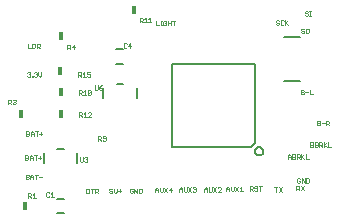
<source format=gto>
G75*
%MOIN*%
%OFA0B0*%
%FSLAX25Y25*%
%IPPOS*%
%LPD*%
%AMOC8*
5,1,8,0,0,1.08239X$1,22.5*
%
%ADD10C,0.00100*%
%ADD11R,0.01800X0.03000*%
%ADD12C,0.00600*%
%ADD13C,0.00800*%
D10*
X0010909Y0011076D02*
X0010909Y0012577D01*
X0011660Y0012577D01*
X0011910Y0012327D01*
X0011910Y0011827D01*
X0011660Y0011576D01*
X0010909Y0011576D01*
X0011409Y0011576D02*
X0011910Y0011076D01*
X0012382Y0011076D02*
X0013383Y0011076D01*
X0012883Y0011076D02*
X0012883Y0012577D01*
X0012382Y0012077D01*
X0016984Y0011634D02*
X0017234Y0011384D01*
X0017735Y0011384D01*
X0017985Y0011634D01*
X0018457Y0011384D02*
X0019458Y0011384D01*
X0018958Y0011384D02*
X0018958Y0012885D01*
X0018457Y0012385D01*
X0017985Y0012635D02*
X0017735Y0012885D01*
X0017234Y0012885D01*
X0016984Y0012635D01*
X0016984Y0011634D01*
X0015568Y0018026D02*
X0014568Y0018026D01*
X0014095Y0018777D02*
X0013094Y0018777D01*
X0013595Y0018777D02*
X0013595Y0017276D01*
X0012622Y0017276D02*
X0012622Y0018277D01*
X0012121Y0018777D01*
X0011621Y0018277D01*
X0011621Y0017276D01*
X0011149Y0017526D02*
X0010898Y0017276D01*
X0010148Y0017276D01*
X0010148Y0018777D01*
X0010898Y0018777D01*
X0011149Y0018527D01*
X0011149Y0018277D01*
X0010898Y0018026D01*
X0010148Y0018026D01*
X0010898Y0018026D02*
X0011149Y0017776D01*
X0011149Y0017526D01*
X0011621Y0018026D02*
X0012622Y0018026D01*
X0012404Y0023693D02*
X0012404Y0024694D01*
X0011904Y0025194D01*
X0011404Y0024694D01*
X0011404Y0023693D01*
X0010931Y0023943D02*
X0010681Y0023693D01*
X0009930Y0023693D01*
X0009930Y0025194D01*
X0010681Y0025194D01*
X0010931Y0024944D01*
X0010931Y0024694D01*
X0010681Y0024444D01*
X0009930Y0024444D01*
X0010681Y0024444D02*
X0010931Y0024193D01*
X0010931Y0023943D01*
X0011404Y0024444D02*
X0012404Y0024444D01*
X0012877Y0025194D02*
X0013878Y0025194D01*
X0013377Y0025194D02*
X0013377Y0023693D01*
X0014350Y0024444D02*
X0015351Y0024444D01*
X0014851Y0024944D02*
X0014851Y0023943D01*
X0013703Y0031742D02*
X0013703Y0033243D01*
X0013203Y0033243D02*
X0014204Y0033243D01*
X0014676Y0032492D02*
X0015677Y0032492D01*
X0015177Y0032993D02*
X0015177Y0031992D01*
X0012731Y0031742D02*
X0012731Y0032743D01*
X0012230Y0033243D01*
X0011730Y0032743D01*
X0011730Y0031742D01*
X0011257Y0031992D02*
X0011007Y0031742D01*
X0010257Y0031742D01*
X0010257Y0033243D01*
X0011007Y0033243D01*
X0011257Y0032993D01*
X0011257Y0032743D01*
X0011007Y0032492D01*
X0010257Y0032492D01*
X0011007Y0032492D02*
X0011257Y0032242D01*
X0011257Y0031992D01*
X0011730Y0032492D02*
X0012731Y0032492D01*
X0006500Y0042292D02*
X0005999Y0042292D01*
X0005749Y0042542D01*
X0005277Y0042292D02*
X0004776Y0042793D01*
X0005026Y0042793D02*
X0004276Y0042793D01*
X0004276Y0042292D02*
X0004276Y0043794D01*
X0005026Y0043794D01*
X0005277Y0043543D01*
X0005277Y0043043D01*
X0005026Y0042793D01*
X0005749Y0043543D02*
X0005999Y0043794D01*
X0006500Y0043794D01*
X0006750Y0043543D01*
X0006750Y0043293D01*
X0006500Y0043043D01*
X0006750Y0042793D01*
X0006750Y0042542D01*
X0006500Y0042292D01*
X0006500Y0043043D02*
X0006249Y0043043D01*
X0010920Y0051430D02*
X0010670Y0051680D01*
X0010920Y0051430D02*
X0011421Y0051430D01*
X0011671Y0051680D01*
X0011671Y0051930D01*
X0011421Y0052181D01*
X0011171Y0052181D01*
X0011421Y0052181D02*
X0011671Y0052431D01*
X0011671Y0052681D01*
X0011421Y0052931D01*
X0010920Y0052931D01*
X0010670Y0052681D01*
X0012143Y0051680D02*
X0012394Y0051680D01*
X0012394Y0051430D01*
X0012143Y0051430D01*
X0012143Y0051680D01*
X0012880Y0051680D02*
X0013130Y0051430D01*
X0013631Y0051430D01*
X0013881Y0051680D01*
X0013881Y0051930D01*
X0013631Y0052181D01*
X0013381Y0052181D01*
X0013631Y0052181D02*
X0013881Y0052431D01*
X0013881Y0052681D01*
X0013631Y0052931D01*
X0013130Y0052931D01*
X0012880Y0052681D01*
X0014353Y0052931D02*
X0014353Y0051930D01*
X0014854Y0051430D01*
X0015354Y0051930D01*
X0015354Y0052931D01*
X0014748Y0060959D02*
X0014248Y0061460D01*
X0014498Y0061460D02*
X0013747Y0061460D01*
X0013747Y0060959D02*
X0013747Y0062461D01*
X0014498Y0062461D01*
X0014748Y0062210D01*
X0014748Y0061710D01*
X0014498Y0061460D01*
X0013275Y0061210D02*
X0013275Y0062210D01*
X0013025Y0062461D01*
X0012274Y0062461D01*
X0012274Y0060959D01*
X0013025Y0060959D01*
X0013275Y0061210D01*
X0011802Y0060959D02*
X0010801Y0060959D01*
X0010801Y0062461D01*
X0023960Y0062118D02*
X0023960Y0060617D01*
X0023960Y0061117D02*
X0024710Y0061117D01*
X0024960Y0061367D01*
X0024960Y0061868D01*
X0024710Y0062118D01*
X0023960Y0062118D01*
X0024460Y0061117D02*
X0024960Y0060617D01*
X0025433Y0061367D02*
X0026434Y0061367D01*
X0026183Y0060617D02*
X0026183Y0062118D01*
X0025433Y0061367D01*
X0027670Y0052968D02*
X0028421Y0052968D01*
X0028671Y0052718D01*
X0028671Y0052218D01*
X0028421Y0051967D01*
X0027670Y0051967D01*
X0027670Y0051467D02*
X0027670Y0052968D01*
X0028171Y0051967D02*
X0028671Y0051467D01*
X0029144Y0051467D02*
X0030144Y0051467D01*
X0029644Y0051467D02*
X0029644Y0052968D01*
X0029144Y0052468D01*
X0030617Y0052218D02*
X0031117Y0052468D01*
X0031367Y0052468D01*
X0031618Y0052218D01*
X0031618Y0051717D01*
X0031367Y0051467D01*
X0030867Y0051467D01*
X0030617Y0051717D01*
X0030617Y0052218D02*
X0030617Y0052968D01*
X0031618Y0052968D01*
X0033031Y0048513D02*
X0033031Y0047262D01*
X0033281Y0047012D01*
X0033781Y0047012D01*
X0034032Y0047262D01*
X0034032Y0048513D01*
X0034504Y0047762D02*
X0035004Y0048263D01*
X0035505Y0048513D01*
X0035255Y0047762D02*
X0034504Y0047762D01*
X0034504Y0047262D01*
X0034754Y0047012D01*
X0035255Y0047012D01*
X0035505Y0047262D01*
X0035505Y0047512D01*
X0035255Y0047762D01*
X0031769Y0046677D02*
X0030768Y0045676D01*
X0031018Y0045426D01*
X0031518Y0045426D01*
X0031769Y0045676D01*
X0031769Y0046677D01*
X0031518Y0046927D01*
X0031018Y0046927D01*
X0030768Y0046677D01*
X0030768Y0045676D01*
X0030295Y0045426D02*
X0029295Y0045426D01*
X0028822Y0045426D02*
X0028322Y0045926D01*
X0028572Y0045926D02*
X0027821Y0045926D01*
X0027821Y0045426D02*
X0027821Y0046927D01*
X0028572Y0046927D01*
X0028822Y0046677D01*
X0028822Y0046176D01*
X0028572Y0045926D01*
X0029295Y0046427D02*
X0029795Y0046927D01*
X0029795Y0045426D01*
X0029871Y0039602D02*
X0029871Y0038101D01*
X0030371Y0038101D02*
X0029370Y0038101D01*
X0028898Y0038101D02*
X0028397Y0038601D01*
X0028647Y0038601D02*
X0027897Y0038601D01*
X0027897Y0038101D02*
X0027897Y0039602D01*
X0028647Y0039602D01*
X0028898Y0039352D01*
X0028898Y0038852D01*
X0028647Y0038601D01*
X0029370Y0039102D02*
X0029871Y0039602D01*
X0030843Y0039352D02*
X0031094Y0039602D01*
X0031594Y0039602D01*
X0031844Y0039352D01*
X0031844Y0039102D01*
X0030843Y0038101D01*
X0031844Y0038101D01*
X0034239Y0031598D02*
X0034989Y0031598D01*
X0035240Y0031347D01*
X0035240Y0030847D01*
X0034989Y0030597D01*
X0034239Y0030597D01*
X0034739Y0030597D02*
X0035240Y0030096D01*
X0035712Y0030347D02*
X0035962Y0030096D01*
X0036463Y0030096D01*
X0036713Y0030347D01*
X0036713Y0031347D01*
X0036463Y0031598D01*
X0035962Y0031598D01*
X0035712Y0031347D01*
X0035712Y0031097D01*
X0035962Y0030847D01*
X0036713Y0030847D01*
X0034239Y0030096D02*
X0034239Y0031598D01*
X0030423Y0024650D02*
X0030673Y0024400D01*
X0030673Y0024150D01*
X0030423Y0023900D01*
X0030673Y0023650D01*
X0030673Y0023399D01*
X0030423Y0023149D01*
X0029922Y0023149D01*
X0029672Y0023399D01*
X0029200Y0023399D02*
X0029200Y0024650D01*
X0029672Y0024400D02*
X0029922Y0024650D01*
X0030423Y0024650D01*
X0030423Y0023900D02*
X0030173Y0023900D01*
X0029200Y0023399D02*
X0028949Y0023149D01*
X0028449Y0023149D01*
X0028199Y0023399D01*
X0028199Y0024650D01*
X0030303Y0014153D02*
X0031053Y0014153D01*
X0031304Y0013903D01*
X0031304Y0012902D01*
X0031053Y0012652D01*
X0030303Y0012652D01*
X0030303Y0014153D01*
X0031776Y0014153D02*
X0032777Y0014153D01*
X0033249Y0014153D02*
X0034000Y0014153D01*
X0034250Y0013903D01*
X0034250Y0013403D01*
X0034000Y0013153D01*
X0033249Y0013153D01*
X0033750Y0013153D02*
X0034250Y0012652D01*
X0033249Y0012652D02*
X0033249Y0014153D01*
X0032277Y0014153D02*
X0032277Y0012652D01*
X0037978Y0012902D02*
X0038228Y0012652D01*
X0038729Y0012652D01*
X0038979Y0012902D01*
X0038979Y0013153D01*
X0038729Y0013403D01*
X0038228Y0013403D01*
X0037978Y0013653D01*
X0037978Y0013903D01*
X0038228Y0014153D01*
X0038729Y0014153D01*
X0038979Y0013903D01*
X0039452Y0014153D02*
X0039452Y0013153D01*
X0039952Y0012652D01*
X0040452Y0013153D01*
X0040452Y0014153D01*
X0040925Y0013403D02*
X0041926Y0013403D01*
X0041425Y0013903D02*
X0041425Y0012902D01*
X0044870Y0012902D02*
X0045121Y0012652D01*
X0045621Y0012652D01*
X0045871Y0012902D01*
X0045871Y0013403D01*
X0045371Y0013403D01*
X0045871Y0013903D02*
X0045621Y0014153D01*
X0045121Y0014153D01*
X0044870Y0013903D01*
X0044870Y0012902D01*
X0046344Y0012652D02*
X0046344Y0014153D01*
X0047345Y0012652D01*
X0047345Y0014153D01*
X0047817Y0014153D02*
X0048568Y0014153D01*
X0048818Y0013903D01*
X0048818Y0012902D01*
X0048568Y0012652D01*
X0047817Y0012652D01*
X0047817Y0014153D01*
X0053329Y0013966D02*
X0053829Y0014467D01*
X0054330Y0013966D01*
X0054330Y0012965D01*
X0054802Y0013216D02*
X0055053Y0012965D01*
X0055553Y0012965D01*
X0055803Y0013216D01*
X0055803Y0014467D01*
X0056276Y0014467D02*
X0057276Y0012965D01*
X0057749Y0013716D02*
X0058750Y0013716D01*
X0058499Y0012965D02*
X0058499Y0014467D01*
X0057749Y0013716D01*
X0057276Y0014467D02*
X0056276Y0012965D01*
X0054802Y0013216D02*
X0054802Y0014467D01*
X0054330Y0013716D02*
X0053329Y0013716D01*
X0053329Y0013966D02*
X0053329Y0012965D01*
X0061318Y0013122D02*
X0061318Y0014123D01*
X0061818Y0014623D01*
X0062319Y0014123D01*
X0062319Y0013122D01*
X0062791Y0013372D02*
X0063041Y0013122D01*
X0063542Y0013122D01*
X0063792Y0013372D01*
X0063792Y0014623D01*
X0064264Y0014623D02*
X0065265Y0013122D01*
X0065737Y0013372D02*
X0065988Y0013122D01*
X0066488Y0013122D01*
X0066738Y0013372D01*
X0066738Y0013623D01*
X0066488Y0013873D01*
X0066238Y0013873D01*
X0066488Y0013873D02*
X0066738Y0014123D01*
X0066738Y0014373D01*
X0066488Y0014623D01*
X0065988Y0014623D01*
X0065737Y0014373D01*
X0065265Y0014623D02*
X0064264Y0013122D01*
X0062791Y0013372D02*
X0062791Y0014623D01*
X0062319Y0013873D02*
X0061318Y0013873D01*
X0069620Y0013873D02*
X0070621Y0013873D01*
X0070621Y0014123D02*
X0070621Y0013122D01*
X0071093Y0013372D02*
X0071343Y0013122D01*
X0071844Y0013122D01*
X0072094Y0013372D01*
X0072094Y0014623D01*
X0072566Y0014623D02*
X0073567Y0013122D01*
X0074039Y0013122D02*
X0075040Y0014123D01*
X0075040Y0014373D01*
X0074790Y0014623D01*
X0074290Y0014623D01*
X0074039Y0014373D01*
X0073567Y0014623D02*
X0072566Y0013122D01*
X0074039Y0013122D02*
X0075040Y0013122D01*
X0076982Y0013279D02*
X0076982Y0014280D01*
X0077482Y0014780D01*
X0077983Y0014280D01*
X0077983Y0013279D01*
X0078455Y0013529D02*
X0078705Y0013279D01*
X0079206Y0013279D01*
X0079456Y0013529D01*
X0079456Y0014780D01*
X0079928Y0014780D02*
X0080929Y0013279D01*
X0081402Y0013279D02*
X0082402Y0013279D01*
X0081902Y0013279D02*
X0081902Y0014780D01*
X0081402Y0014280D01*
X0080929Y0014780D02*
X0079928Y0013279D01*
X0078455Y0013529D02*
X0078455Y0014780D01*
X0077983Y0014030D02*
X0076982Y0014030D01*
X0071093Y0014623D02*
X0071093Y0013372D01*
X0070621Y0014123D02*
X0070120Y0014623D01*
X0069620Y0014123D01*
X0069620Y0013122D01*
X0084814Y0013436D02*
X0084814Y0014937D01*
X0085564Y0014937D01*
X0085815Y0014687D01*
X0085815Y0014186D01*
X0085564Y0013936D01*
X0084814Y0013936D01*
X0085314Y0013936D02*
X0085815Y0013436D01*
X0086287Y0013686D02*
X0086537Y0013436D01*
X0087038Y0013436D01*
X0087288Y0013686D01*
X0087288Y0013936D01*
X0087038Y0014186D01*
X0086537Y0014186D01*
X0086287Y0014436D01*
X0086287Y0014687D01*
X0086537Y0014937D01*
X0087038Y0014937D01*
X0087288Y0014687D01*
X0087760Y0014937D02*
X0088761Y0014937D01*
X0088261Y0014937D02*
X0088261Y0013436D01*
X0092959Y0014623D02*
X0093960Y0014623D01*
X0094432Y0014623D02*
X0095433Y0013122D01*
X0094432Y0013122D02*
X0095433Y0014623D01*
X0093460Y0014623D02*
X0093460Y0013122D01*
X0100321Y0013592D02*
X0100321Y0015094D01*
X0101072Y0015094D01*
X0101322Y0014843D01*
X0101322Y0014343D01*
X0101072Y0014093D01*
X0100321Y0014093D01*
X0100822Y0014093D02*
X0101322Y0013592D01*
X0101795Y0013592D02*
X0102795Y0015094D01*
X0101795Y0015094D02*
X0102795Y0013592D01*
X0103078Y0016059D02*
X0103078Y0017560D01*
X0103551Y0017560D02*
X0104301Y0017560D01*
X0104551Y0017310D01*
X0104551Y0016309D01*
X0104301Y0016059D01*
X0103551Y0016059D01*
X0103551Y0017560D01*
X0102077Y0017560D02*
X0103078Y0016059D01*
X0102077Y0016059D02*
X0102077Y0017560D01*
X0101605Y0017310D02*
X0101355Y0017560D01*
X0100854Y0017560D01*
X0100604Y0017310D01*
X0100604Y0016309D01*
X0100854Y0016059D01*
X0101355Y0016059D01*
X0101605Y0016309D01*
X0101605Y0016810D01*
X0101104Y0016810D01*
X0101441Y0024034D02*
X0100941Y0024534D01*
X0101191Y0024534D02*
X0100440Y0024534D01*
X0099968Y0024534D02*
X0099968Y0024284D01*
X0099718Y0024034D01*
X0098967Y0024034D01*
X0098967Y0025535D01*
X0099718Y0025535D01*
X0099968Y0025285D01*
X0099968Y0025035D01*
X0099718Y0024785D01*
X0098967Y0024785D01*
X0098495Y0024785D02*
X0097494Y0024785D01*
X0097494Y0025035D02*
X0097994Y0025535D01*
X0098495Y0025035D01*
X0098495Y0024034D01*
X0097494Y0024034D02*
X0097494Y0025035D01*
X0099718Y0024785D02*
X0099968Y0024534D01*
X0100440Y0024034D02*
X0100440Y0025535D01*
X0101191Y0025535D01*
X0101441Y0025285D01*
X0101441Y0024785D01*
X0101191Y0024534D01*
X0101913Y0024534D02*
X0102914Y0025535D01*
X0103387Y0025535D02*
X0103387Y0024034D01*
X0104388Y0024034D01*
X0102914Y0024034D02*
X0102164Y0024785D01*
X0101913Y0025535D02*
X0101913Y0024034D01*
X0104998Y0028058D02*
X0105748Y0028058D01*
X0105999Y0028309D01*
X0105999Y0028559D01*
X0105748Y0028809D01*
X0104998Y0028809D01*
X0105748Y0028809D02*
X0105999Y0029059D01*
X0105999Y0029309D01*
X0105748Y0029560D01*
X0104998Y0029560D01*
X0104998Y0028058D01*
X0106471Y0028058D02*
X0106471Y0029560D01*
X0107222Y0029560D01*
X0107472Y0029309D01*
X0107472Y0029059D01*
X0107222Y0028809D01*
X0106471Y0028809D01*
X0106471Y0028058D02*
X0107222Y0028058D01*
X0107472Y0028309D01*
X0107472Y0028559D01*
X0107222Y0028809D01*
X0107944Y0028559D02*
X0108695Y0028559D01*
X0108945Y0028809D01*
X0108945Y0029309D01*
X0108695Y0029560D01*
X0107944Y0029560D01*
X0107944Y0028058D01*
X0108445Y0028559D02*
X0108945Y0028058D01*
X0109418Y0028058D02*
X0109418Y0029560D01*
X0109668Y0028809D02*
X0110418Y0028058D01*
X0110891Y0028058D02*
X0111892Y0028058D01*
X0110891Y0028058D02*
X0110891Y0029560D01*
X0110418Y0029560D02*
X0109418Y0028559D01*
X0110228Y0035237D02*
X0110228Y0036738D01*
X0110979Y0036738D01*
X0111229Y0036488D01*
X0111229Y0035988D01*
X0110979Y0035737D01*
X0110228Y0035737D01*
X0110729Y0035737D02*
X0111229Y0035237D01*
X0109756Y0035988D02*
X0108755Y0035988D01*
X0108282Y0036238D02*
X0108032Y0035988D01*
X0107282Y0035988D01*
X0108032Y0035988D02*
X0108282Y0035737D01*
X0108282Y0035487D01*
X0108032Y0035237D01*
X0107282Y0035237D01*
X0107282Y0036738D01*
X0108032Y0036738D01*
X0108282Y0036488D01*
X0108282Y0036238D01*
X0105791Y0045570D02*
X0104790Y0045570D01*
X0104790Y0047071D01*
X0104318Y0046321D02*
X0103317Y0046321D01*
X0102845Y0046571D02*
X0102595Y0046321D01*
X0101844Y0046321D01*
X0101844Y0047071D02*
X0102595Y0047071D01*
X0102845Y0046821D01*
X0102845Y0046571D01*
X0102595Y0046321D02*
X0102845Y0046070D01*
X0102845Y0045820D01*
X0102595Y0045570D01*
X0101844Y0045570D01*
X0101844Y0047071D01*
X0102203Y0065910D02*
X0101953Y0066160D01*
X0102203Y0065910D02*
X0102703Y0065910D01*
X0102953Y0066160D01*
X0102953Y0066410D01*
X0102703Y0066660D01*
X0102203Y0066660D01*
X0101953Y0066910D01*
X0101953Y0067161D01*
X0102203Y0067411D01*
X0102703Y0067411D01*
X0102953Y0067161D01*
X0103426Y0067161D02*
X0103426Y0066160D01*
X0103676Y0065910D01*
X0104177Y0065910D01*
X0104427Y0066160D01*
X0104427Y0067161D01*
X0104177Y0067411D01*
X0103676Y0067411D01*
X0103426Y0067161D01*
X0103399Y0071783D02*
X0103149Y0072033D01*
X0103399Y0071783D02*
X0103900Y0071783D01*
X0104150Y0072033D01*
X0104150Y0072284D01*
X0103900Y0072534D01*
X0103399Y0072534D01*
X0103149Y0072784D01*
X0103149Y0073034D01*
X0103399Y0073284D01*
X0103900Y0073284D01*
X0104150Y0073034D01*
X0104622Y0073284D02*
X0105123Y0073284D01*
X0104872Y0073284D02*
X0104872Y0071783D01*
X0104622Y0071783D02*
X0105123Y0071783D01*
X0097526Y0070239D02*
X0096525Y0069238D01*
X0096775Y0069488D02*
X0097526Y0068738D01*
X0096525Y0068738D02*
X0096525Y0070239D01*
X0096053Y0069989D02*
X0095802Y0070239D01*
X0095302Y0070239D01*
X0095052Y0069989D01*
X0095052Y0068988D01*
X0095302Y0068738D01*
X0095802Y0068738D01*
X0096053Y0068988D01*
X0094579Y0068988D02*
X0094329Y0068738D01*
X0093829Y0068738D01*
X0093579Y0068988D01*
X0093829Y0069488D02*
X0094329Y0069488D01*
X0094579Y0069238D01*
X0094579Y0068988D01*
X0093829Y0069488D02*
X0093579Y0069738D01*
X0093579Y0069989D01*
X0093829Y0070239D01*
X0094329Y0070239D01*
X0094579Y0069989D01*
X0059960Y0070021D02*
X0058959Y0070021D01*
X0058487Y0070021D02*
X0058487Y0068520D01*
X0058487Y0069271D02*
X0057486Y0069271D01*
X0057014Y0069271D02*
X0056513Y0069271D01*
X0057014Y0069271D02*
X0057014Y0068770D01*
X0056763Y0068520D01*
X0056263Y0068520D01*
X0056013Y0068770D01*
X0056013Y0069771D01*
X0056263Y0070021D01*
X0056763Y0070021D01*
X0057014Y0069771D01*
X0057486Y0070021D02*
X0057486Y0068520D01*
X0055531Y0068520D02*
X0055031Y0068520D01*
X0055281Y0068520D02*
X0055281Y0070021D01*
X0055031Y0070021D02*
X0055531Y0070021D01*
X0054558Y0068520D02*
X0053557Y0068520D01*
X0053557Y0070021D01*
X0052009Y0069498D02*
X0051008Y0069498D01*
X0050535Y0069498D02*
X0049535Y0069498D01*
X0049062Y0069498D02*
X0048562Y0069998D01*
X0048812Y0069998D02*
X0048061Y0069998D01*
X0048061Y0069498D02*
X0048061Y0070999D01*
X0048812Y0070999D01*
X0049062Y0070749D01*
X0049062Y0070249D01*
X0048812Y0069998D01*
X0049535Y0070499D02*
X0050035Y0070999D01*
X0050035Y0069498D01*
X0051008Y0070499D02*
X0051508Y0070999D01*
X0051508Y0069498D01*
X0059460Y0070021D02*
X0059460Y0068520D01*
X0044994Y0062558D02*
X0044243Y0061808D01*
X0045244Y0061808D01*
X0044243Y0061808D01*
X0044994Y0062558D01*
X0044994Y0061057D01*
X0044994Y0062558D01*
X0043771Y0062308D02*
X0043521Y0062558D01*
X0043020Y0062558D01*
X0042770Y0062308D01*
X0042770Y0061307D01*
X0043020Y0061057D01*
X0043521Y0061057D01*
X0043771Y0061307D01*
X0043521Y0061057D01*
X0043020Y0061057D01*
X0042770Y0061307D01*
X0042770Y0062308D01*
X0043020Y0062558D01*
X0043521Y0062558D01*
X0043771Y0062308D01*
D11*
X0009833Y0008415D03*
X0008653Y0039128D03*
X0021838Y0038927D03*
X0021847Y0046298D03*
X0021593Y0053419D03*
X0021790Y0064831D03*
X0046284Y0073725D03*
D12*
X0042417Y0060500D02*
X0040055Y0060500D01*
X0040055Y0055776D02*
X0042417Y0055776D01*
X0058949Y0055553D02*
X0086548Y0055553D01*
X0086548Y0029352D01*
X0085150Y0027955D01*
X0058949Y0027955D01*
X0058949Y0055553D01*
X0086465Y0026623D02*
X0086467Y0026698D01*
X0086473Y0026772D01*
X0086483Y0026846D01*
X0086496Y0026919D01*
X0086514Y0026992D01*
X0086535Y0027063D01*
X0086560Y0027134D01*
X0086589Y0027203D01*
X0086622Y0027270D01*
X0086658Y0027335D01*
X0086697Y0027399D01*
X0086739Y0027460D01*
X0086785Y0027519D01*
X0086834Y0027576D01*
X0086886Y0027629D01*
X0086940Y0027680D01*
X0086997Y0027729D01*
X0087057Y0027773D01*
X0087119Y0027815D01*
X0087183Y0027854D01*
X0087249Y0027889D01*
X0087316Y0027920D01*
X0087386Y0027948D01*
X0087456Y0027972D01*
X0087528Y0027993D01*
X0087601Y0028009D01*
X0087674Y0028022D01*
X0087749Y0028031D01*
X0087823Y0028036D01*
X0087898Y0028037D01*
X0087972Y0028034D01*
X0088047Y0028027D01*
X0088120Y0028016D01*
X0088194Y0028002D01*
X0088266Y0027983D01*
X0088337Y0027961D01*
X0088407Y0027935D01*
X0088476Y0027905D01*
X0088542Y0027872D01*
X0088607Y0027835D01*
X0088670Y0027795D01*
X0088731Y0027751D01*
X0088789Y0027705D01*
X0088845Y0027655D01*
X0088898Y0027603D01*
X0088949Y0027548D01*
X0088996Y0027490D01*
X0089040Y0027430D01*
X0089081Y0027367D01*
X0089119Y0027303D01*
X0089153Y0027237D01*
X0089184Y0027168D01*
X0089211Y0027099D01*
X0089234Y0027028D01*
X0089253Y0026956D01*
X0089269Y0026883D01*
X0089281Y0026809D01*
X0089289Y0026735D01*
X0089293Y0026660D01*
X0089293Y0026586D01*
X0089289Y0026511D01*
X0089281Y0026437D01*
X0089269Y0026363D01*
X0089253Y0026290D01*
X0089234Y0026218D01*
X0089211Y0026147D01*
X0089184Y0026078D01*
X0089153Y0026009D01*
X0089119Y0025943D01*
X0089081Y0025879D01*
X0089040Y0025816D01*
X0088996Y0025756D01*
X0088949Y0025698D01*
X0088898Y0025643D01*
X0088845Y0025591D01*
X0088789Y0025541D01*
X0088731Y0025495D01*
X0088670Y0025451D01*
X0088607Y0025411D01*
X0088542Y0025374D01*
X0088476Y0025341D01*
X0088407Y0025311D01*
X0088337Y0025285D01*
X0088266Y0025263D01*
X0088194Y0025244D01*
X0088120Y0025230D01*
X0088047Y0025219D01*
X0087972Y0025212D01*
X0087898Y0025209D01*
X0087823Y0025210D01*
X0087749Y0025215D01*
X0087674Y0025224D01*
X0087601Y0025237D01*
X0087528Y0025253D01*
X0087456Y0025274D01*
X0087386Y0025298D01*
X0087316Y0025326D01*
X0087249Y0025357D01*
X0087183Y0025392D01*
X0087119Y0025431D01*
X0087057Y0025473D01*
X0086997Y0025517D01*
X0086940Y0025566D01*
X0086886Y0025617D01*
X0086834Y0025670D01*
X0086785Y0025727D01*
X0086739Y0025786D01*
X0086697Y0025847D01*
X0086658Y0025911D01*
X0086622Y0025976D01*
X0086589Y0026043D01*
X0086560Y0026112D01*
X0086535Y0026183D01*
X0086514Y0026254D01*
X0086496Y0026327D01*
X0086483Y0026400D01*
X0086473Y0026474D01*
X0086467Y0026548D01*
X0086465Y0026623D01*
X0022778Y0010756D02*
X0020416Y0010756D01*
X0020416Y0006032D02*
X0022778Y0006032D01*
D13*
X0027294Y0022611D02*
X0027294Y0025992D01*
X0022750Y0027492D02*
X0020637Y0027492D01*
X0016094Y0025992D02*
X0016094Y0022611D01*
X0036018Y0044222D02*
X0036018Y0047603D01*
X0040562Y0049103D02*
X0042675Y0049103D01*
X0047218Y0047603D02*
X0047218Y0044222D01*
X0096294Y0049874D02*
X0101412Y0049874D01*
X0101412Y0064638D02*
X0096294Y0064638D01*
M02*

</source>
